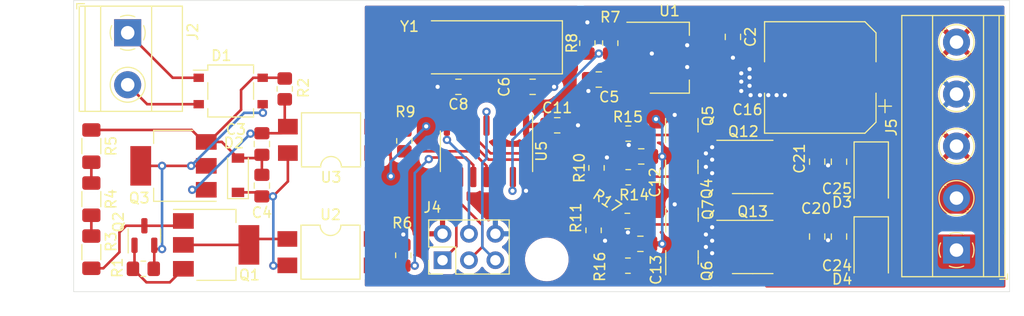
<source format=kicad_pcb>
(kicad_pcb (version 20211014) (generator pcbnew)

  (general
    (thickness 1.6)
  )

  (paper "A4")
  (layers
    (0 "F.Cu" signal)
    (31 "B.Cu" signal)
    (32 "B.Adhes" user "B.Adhesive")
    (33 "F.Adhes" user "F.Adhesive")
    (34 "B.Paste" user)
    (35 "F.Paste" user)
    (36 "B.SilkS" user "B.Silkscreen")
    (37 "F.SilkS" user "F.Silkscreen")
    (38 "B.Mask" user)
    (39 "F.Mask" user)
    (40 "Dwgs.User" user "User.Drawings")
    (41 "Cmts.User" user "User.Comments")
    (42 "Eco1.User" user "User.Eco1")
    (43 "Eco2.User" user "User.Eco2")
    (44 "Edge.Cuts" user)
    (45 "Margin" user)
    (46 "B.CrtYd" user "B.Courtyard")
    (47 "F.CrtYd" user "F.Courtyard")
    (48 "B.Fab" user)
    (49 "F.Fab" user)
  )

  (setup
    (stackup
      (layer "F.SilkS" (type "Top Silk Screen"))
      (layer "F.Paste" (type "Top Solder Paste"))
      (layer "F.Mask" (type "Top Solder Mask") (thickness 0.01))
      (layer "F.Cu" (type "copper") (thickness 0.035))
      (layer "dielectric 1" (type "core") (thickness 1.51) (material "FR4") (epsilon_r 4.5) (loss_tangent 0.02))
      (layer "B.Cu" (type "copper") (thickness 0.035))
      (layer "B.Mask" (type "Bottom Solder Mask") (thickness 0.01))
      (layer "B.Paste" (type "Bottom Solder Paste"))
      (layer "B.SilkS" (type "Bottom Silk Screen"))
      (copper_finish "None")
      (dielectric_constraints no)
    )
    (pad_to_mask_clearance 0)
    (pcbplotparams
      (layerselection 0x00010fc_ffffffff)
      (disableapertmacros false)
      (usegerberextensions false)
      (usegerberattributes true)
      (usegerberadvancedattributes true)
      (creategerberjobfile true)
      (svguseinch false)
      (svgprecision 6)
      (excludeedgelayer true)
      (plotframeref false)
      (viasonmask false)
      (mode 1)
      (useauxorigin false)
      (hpglpennumber 1)
      (hpglpenspeed 20)
      (hpglpendiameter 15.000000)
      (dxfpolygonmode true)
      (dxfimperialunits true)
      (dxfusepcbnewfont true)
      (psnegative false)
      (psa4output false)
      (plotreference true)
      (plotvalue true)
      (plotinvisibletext false)
      (sketchpadsonfab false)
      (subtractmaskfromsilk false)
      (outputformat 1)
      (mirror false)
      (drillshape 1)
      (scaleselection 1)
      (outputdirectory "")
    )
  )

  (net 0 "")
  (net 1 "GND")
  (net 2 "+24V")
  (net 3 "+5V")
  (net 4 "/~{RESET}")
  (net 5 "Net-(Q2-Pad3)")
  (net 6 "Net-(D1-Pad1)")
  (net 7 "Net-(Q2-Pad1)")
  (net 8 "Net-(Q12-Pad4)")
  (net 9 "Net-(Q13-Pad4)")
  (net 10 "Net-(C4-Pad1)")
  (net 11 "/RXD")
  (net 12 "Net-(R9-Pad2)")
  (net 13 "Net-(C3-Pad1)")
  (net 14 "/LED_A")
  (net 15 "/LED_B")
  (net 16 "/VIN_SENSE")
  (net 17 "/TXD")
  (net 18 "Net-(D1-Pad2)")
  (net 19 "-VSW")
  (net 20 "+VSW")
  (net 21 "Net-(Q4-Pad1)")
  (net 22 "Net-(Q5-Pad1)")
  (net 23 "Net-(Q6-Pad1)")
  (net 24 "Net-(Q7-Pad1)")
  (net 25 "Net-(R3-Pad2)")
  (net 26 "Net-(R4-Pad2)")
  (net 27 "Net-(Q3-Pad2)")
  (net 28 "/RAIL_B")
  (net 29 "/RAIL_A")
  (net 30 "Net-(C8-Pad1)")
  (net 31 "Net-(C6-Pad1)")
  (net 32 "/SCK")
  (net 33 "/DALI_SENSE")
  (net 34 "/IOUT_B_SENSE_MISO")
  (net 35 "/IOUT_A_SENSE_MOSI")

  (footprint "Capacitor_SMD:C_0805_2012Metric_Pad1.18x1.45mm_HandSolder" (layer "F.Cu") (at 178.4 77 -90))

  (footprint "Capacitor_SMD:C_0805_2012Metric_Pad1.18x1.45mm_HandSolder" (layer "F.Cu") (at 165.5 81.1 180))

  (footprint "Package_SO:SOIC-8_3.9x4.9mm_P1.27mm" (layer "F.Cu") (at 180.3 89.505))

  (footprint "Package_SO:SOIC-8_3.9x4.9mm_P1.27mm" (layer "F.Cu") (at 180.3 97.2))

  (footprint "Package_TO_SOT_SMD:SOT-223-3_TabPin2" (layer "F.Cu") (at 172.3 79))

  (footprint "Capacitor_SMD:C_0805_2012Metric_Pad1.18x1.45mm_HandSolder" (layer "F.Cu") (at 133.1 87.3 -90))

  (footprint "Capacitor_SMD:C_0805_2012Metric_Pad1.18x1.45mm_HandSolder" (layer "F.Cu") (at 133.1 91.3 90))

  (footprint "Capacitor_SMD:C_0805_2012Metric_Pad1.18x1.45mm_HandSolder" (layer "F.Cu") (at 169.58125 88.495))

  (footprint "Package_TO_SOT_SMD:SOT-23" (layer "F.Cu") (at 173.48125 89.495 90))

  (footprint "Package_TO_SOT_SMD:SOT-23" (layer "F.Cu") (at 173.48125 85.495 90))

  (footprint "Package_TO_SOT_SMD:SOT-23" (layer "F.Cu") (at 173.5 94.1 90))

  (footprint "Resistor_SMD:R_0805_2012Metric_Pad1.20x1.40mm_HandSolder" (layer "F.Cu") (at 121.7 99.3))

  (footprint "Resistor_SMD:R_0805_2012Metric_Pad1.20x1.40mm_HandSolder" (layer "F.Cu") (at 135.3 82 90))

  (footprint "Resistor_SMD:R_1206_3216Metric_Pad1.30x1.75mm_HandSolder" (layer "F.Cu") (at 116.7 97.7 90))

  (footprint "Resistor_SMD:R_1206_3216Metric_Pad1.30x1.75mm_HandSolder" (layer "F.Cu") (at 116.7 92.6 90))

  (footprint "Resistor_SMD:R_1206_3216Metric_Pad1.30x1.75mm_HandSolder" (layer "F.Cu") (at 116.7 87.5 90))

  (footprint "Resistor_SMD:R_0805_2012Metric_Pad1.20x1.40mm_HandSolder" (layer "F.Cu") (at 146.7 98 90))

  (footprint "Resistor_SMD:R_0805_2012Metric_Pad1.20x1.40mm_HandSolder" (layer "F.Cu") (at 146.8 87 90))

  (footprint "Resistor_SMD:R_0805_2012Metric_Pad1.20x1.40mm_HandSolder" (layer "F.Cu") (at 165.28125 89.595 90))

  (footprint "Resistor_SMD:R_0805_2012Metric_Pad1.20x1.40mm_HandSolder" (layer "F.Cu") (at 165 95.6 -90))

  (footprint "Resistor_SMD:R_0805_2012Metric_Pad1.20x1.40mm_HandSolder" (layer "F.Cu") (at 168.33125 90.495 180))

  (footprint "Resistor_SMD:R_0805_2012Metric_Pad1.20x1.40mm_HandSolder" (layer "F.Cu") (at 168.33125 86.295 180))

  (footprint "Resistor_SMD:R_0805_2012Metric_Pad1.20x1.40mm_HandSolder" (layer "F.Cu") (at 168.3 99 180))

  (footprint "Resistor_SMD:R_0805_2012Metric_Pad1.20x1.40mm_HandSolder" (layer "F.Cu") (at 168.25 94.7 180))

  (footprint "Capacitor_SMD:CP_Elec_10x10.5" (layer "F.Cu") (at 186.8 80.9 180))

  (footprint "Diode_SMD:D_SOD-123" (layer "F.Cu") (at 130.8 90.3 90))

  (footprint "Package_TO_SOT_SMD:SOT-223-3_TabPin2" (layer "F.Cu") (at 124.6 89.4 180))

  (footprint "Package_TO_SOT_SMD:SOT-223-3_TabPin2" (layer "F.Cu") (at 128.7 97))

  (footprint "TerminalBlock_Phoenix:TerminalBlock_Phoenix_MKDS-1,5-2_1x02_P5.00mm_Horizontal" (layer "F.Cu") (at 120.195 76.6 -90))

  (footprint "Package_TO_SOT_SMD:TO-269AA" (layer "F.Cu") (at 130.1 82.2))

  (footprint "Package_TO_SOT_SMD:SOT-23" (layer "F.Cu") (at 121.8 96.1 90))

  (footprint "onitake:SMDIP-4_W8.3mm_Clearance6.4mm" (layer "F.Cu") (at 139.7 97.7))

  (footprint "onitake:SMDIP-4_W8.3mm_Clearance6.4mm" (layer "F.Cu") (at 139.75 86.9 180))

  (footprint "MountingHole:MountingHole_3.2mm_M3_ISO14580" (layer "F.Cu") (at 133.4 76.5))

  (footprint "MountingHole:MountingHole_3.2mm_M3_ISO14580" (layer "F.Cu") (at 160.5 98.4))

  (footprint "TerminalBlock_Phoenix:TerminalBlock_Phoenix_MKDS-1,5-5_1x05_P5.00mm_Horizontal" (layer "F.Cu") (at 199.9 97.5 90))

  (footprint "Connector_PinHeader_2.54mm:PinHeader_2x03_P2.54mm_Vertical" (layer "F.Cu") (at 150.475 98.475 90))

  (footprint "Package_SO:SOIC-14_3.9x8.7mm_P1.27mm" (layer "F.Cu") (at 154.7 88 -90))

  (footprint "Capacitor_SMD:C_0805_2012Metric_Pad1.18x1.45mm_HandSolder" (layer "F.Cu") (at 159.1375 81.8))

  (footprint "Capacitor_SMD:C_0805_2012Metric_Pad1.18x1.45mm_HandSolder" (layer "F.Cu") (at 152 81.8 180))

  (footprint "Capacitor_SMD:C_0805_2012Metric_Pad1.18x1.45mm_HandSolder" (layer "F.Cu") (at 161.5 85.5))

  (footprint "Crystal:Crystal_SMD_HC49-SD" (layer "F.Cu") (at 155.3 78 180))

  (footprint "Resistor_SMD:R_0805_2012Metric_Pad1.20x1.40mm_HandSolder" (layer "F.Cu") (at 166.6 77.6 -90))

  (footprint "Resistor_SMD:R_0805_2012Metric_Pad1.20x1.40mm_HandSolder" (layer "F.Cu") (at 164.4 77.6 90))

  (footprint "Package_TO_SOT_SMD:SOT-23" (layer "F.Cu") (at 173.5 98.2 90))

  (footprint "Capacitor_SMD:C_0805_2012Metric_Pad1.18x1.45mm_HandSolder" (layer "F.Cu") (at 169.5 96.9))

  (footprint "Capacitor_SMD:C_0805_2012Metric_Pad1.18x1.45mm_HandSolder" (layer "F.Cu") (at 186.5 96.2 -90))

  (footprint "Capacitor_SMD:C_0805_2012Metric_Pad1.18x1.45mm_HandSolder" (layer "F.Cu") (at 186.5 89 -90))

  (footprint "Capacitor_SMD:C_0805_2012Metric_Pad1.18x1.45mm_HandSolder" (layer "F.Cu") (at 188.6 96.2 -90))

  (footprint "Capacitor_SMD:C_0805_2012Metric_Pad1.18x1.45mm_HandSolder" (layer "F.Cu") (at 188.6 89 -90))

  (footprint "Diode_SMD:D_SMA" (layer "F.Cu") (at 191.7 90.5 -90))

  (footprint "Diode_SMD:D_SMA" (layer "F.Cu") (at 191.7 97.7 -90))

  (gr_line (start 115 101.5) (end 115 73.5) (layer "Edge.Cuts") (width 0.05) (tstamp 00000000-0000-0000-0000-000061e82a06))
  (gr_line (start 115 73.5) (end 205 73.5) (layer "Edge.Cuts") (width 0.05) (tstamp 4e7a230a-c1a4-4455-81ee-277835acf4a2))
  (gr_line (start 205 101.5) (end 115 101.5) (layer "Edge.Cuts") (width 0.05) (tstamp 5cc7655c-62f2-43d2-a7a5-eaa4635dada8))
  (gr_line (start 205 73.5) (end 205 101.5) (layer "Edge.Cuts") (width 0.05) (tstamp 8efe6411-1919-4082-b5b8-393585e068c8))
  (dimension (type aligned) (layer "Dwgs.User") (tstamp 8e247c2e-b63e-4a70-8c32-64933e91ced0)
    (pts (xy 115 73.5) (xy 115 101.5))
    (height 1)
    (gr_text "28.0000 mm" (at 112.85 87.5 90) (layer "Dwgs.User") (tstamp 8e247c2e-b63e-4a70-8c32-64933e91ced0)
      (effects (font (size 1 1) (thickness 0.15)))
    )
    (format (units 3) (units_format 1) (precision 4))
    (style (thickness 0.1) (arrow_length 1.27) (text_position_mode 0) (extension_height 0.58642) (extension_offset 0.5) keep_text_aligned)
  )
  (dimension (type aligned) (layer "Dwgs.User") (tstamp 920101e0-4dde-4453-ba02-4211cb357ea2)
    (pts (xy 115 101.5) (xy 205 101.5))
    (height 1)
    (gr_text "90.0000 mm" (at 160 101.35) (layer "Dwgs.User") (tstamp 920101e0-4dde-4453-ba02-4211cb357ea2)
      (effects (font (size 1 1) (thickness 0.15)))
    )
    (format (units 3) (units_format 1) (precision 4))
    (style (thickness 0.1) (arrow_length 1.27) (text_position_mode 0) (extension_height 0.58642) (extension_offset 0.5) keep_text_aligned)
  )

  (segment (start 174.25 77.8) (end 174 77.8) (width 0.25) (layer "F.Cu") (net 1) (tstamp 030d8ffa-a5e4-4d23-afde-deac1af15f51))
  (segment (start 182.6 82.6) (end 183.4 82.6) (width 0.25) (layer "F.Cu") (net 1) (tstamp 040d831f-1c86-4ce9-8bdf-bbf55f83e8d3))
  (segment (start 182.6 82.6) (end 181.8 82.6) (width 0.25) (layer "F.Cu") (net 1) (tstamp 080b01f6-7df0-4bba-83e5-e66c2c424201))
  (segment (start 177.825 90.14) (end 176.435 90.14) (width 0.25) (layer "F.Cu") (net 1) (tstamp 11545b54-5a12-4392-bcb0-86ec47fbd106))
  (segment (start 175.45 79) (end 174.25 77.8) (width 0.25) (layer "F.Cu") (net 1) (tstamp 151e3191-aa45-49d1-957e-5e7e2d4e6199))
  (segment (start 177.825 97.835) (end 176.435 97.835) (width 0.25) (layer "F.Cu") (net 1) (tstamp 1916a1e3-b413-4657-ae92-e4caf1d88b76))
  (segment (start 177.825 87.6) (end 176.405 87.6) (width 0.25) (layer "F.Cu") (net 1) (tstamp 1aa8de15-c8d5-4ed5-a38b-d2950b1891ea))
  (segment (start 180 80.1) (end 179.6 80.5) (width 0.25) (layer "F.Cu") (net 1) (tstamp 1fe16229-c621-4586-942a-1a5e24bf02e3))
  (segment (start 176.435 97.835) (end 176.4 97.8) (width 0.25) (layer "F.Cu") (net 1) (tstamp 239d19fe-f05f-49c3-8ad9-381947f40a05))
  (segment (start 173.5 93.1625) (end 172.8625 93.1625) (width 0.25) (layer "F.Cu") (net 1) (tstamp 2e99c5f0-c1fe-4a31-a124-47c3ab6ba73a))
  (segment (start 164.4625 82.1625) (end 164.5 82.2) (width 0.25) (layer "F.Cu") (net 1) (tstamp 398f5f0b-633f-4d36-9ae4-364f56f3091e))
  (segment (start 176.4 88.805) (end 176.4 88.8) (width 0.25) (layer "F.Cu") (net 1) (tstamp 3a7c084c-63f5-46ef-875e-9bef7b535296))
  (segment (start 160.175 81.8) (end 161.2 81.8) (width 0.25) (layer "F.Cu") (net 1) (tstamp 3c6a627c-894f-41c1-8697-2dc7dcc51d8b))
  (segment (start 158.51 90.475) (end 158.51 91.79) (width 0.25) (layer "F.Cu") (net 1) (tstamp 5124b790-5cb0-4885-a51d-cbceed078bc9))
  (segment (start 169.15 79) (end 170.2 79) (width 0.25) (layer "F.Cu") (net 1) (tstamp 5ed803be-5c06-41ff-b7a1-f96acd19d7e9))
  (segment (start 177.825 95.295) (end 176.405 95.295) (width 0.25) (layer "F.Cu") (net 1) (tstamp 61033ea2-a6f3-4d08-b0b5-a0380fc61dd3))
  (segment (start 179.6 80.5) (end 179.2 80.5) (width 0.25) (layer "F.Cu") (net 1) (tstamp 628f554f-07cd-47c0-8480-60fd51fbb7a8))
  (segment (start 176.435 90.14) (end 176.4 90.105) (width 0.25) (layer "F.Cu") (net 1) (tstamp 6bcfd7e7-d434-4568-8f07-61e27ffd4d8f))
  (segment (start 181 82.6) (end 180.1 82.6) (width 0.25) (layer "F.Cu") (net 1) (tstamp 6cf4673c-b2c0-4852-9803-d8427ba17020))
  (segment (start 179.2 80.5) (end 179.2 81.3) (width 0.25) (layer "F.Cu") (net 1) (tstamp 6f00ecce-db4c-4b2f-96b0-7a87739fae8c))
  (segment (start 176.405 95.295) (end 176.4 95.3) (width 0.25) (layer "F.Cu") (net 1) (tstamp 7122b20a-092d-4791-b055-a18e70f16a8e))
  (segment (start 170.2 79) (end 170.6 78.6) (width 0.25) (layer "F.Cu") (net 1) (tstamp 7619cc1b-6f01-45c8-bcaf-60a7a0a06b75))
  (segment (start 186.5 90.0375) (end 186.8625 90.0375) (width 0.25) (layer "F.Cu") (net 1) (tstamp 77ab2aee-d9a1-45d8-948f-20a27a67e228))
  (segment (start 188.6 90.0375) (end 188.2375 90.0375) (width 0.25) (layer "F.Cu") (net 1) (tstamp 813149ca-bf30-400f-a8d2-f23b79a2150b))
  (segment (start 188.2375 90.0375) (end 187.55 89.35) (width 0.25) (layer "F.Cu") (net 1) (tstamp 82d764ad-cd5d-4959-87f6-9a5cb3ad13a1))
  (segment (start 174.9 79) (end 174 79.9) (width 0.25) (layer "F.Cu") (net 1) (tstamp 87d1ecd2-24d5-4a12-8029-610184494f20))
  (segment (start 188.6 97.2375) (end 188.2375 97.2375) (width 0.25) (layer "F.Cu") (net 1) (tstamp 928a71de-b1bf-4622-8b1d-d99c052976a5))
  (segment (start 181.8 82.6) (end 181 82.6) (width 0.25) (layer "F.Cu") (net 1) (tstamp 94b5a0c4-b116-4182-864e-44f61caa1cba))
  (segment (start 178.4 78.0375) (end 178.4 79) (width 0.25) (layer "F.Cu") (net 1) (tstamp 9ad67041-76dd-4312-9e4c-336897f1480a))
  (segment (start 146.7 97) (end 146.7 96) (width 0.25) (layer "F.Cu") (net 1) (tstamp 9d6e1dd0-b3c0-4050-8bfb-3953bf9bc988))
  (segment (start 186.8625 97.2375) (end 187.55 96.55) (width 0.25) (layer "F.Cu") (net 1) (tstamp 9e3aa932-ce8a-4c2a-9eb6-4bf5da2a4a6e))
  (segment (start 182.6 80.9) (end 180 80.9) (width 0.25) (layer "F.Cu") (net 1) (tstamp 9f32e7e1-51fa-43cf-bcf6-d745ef4c26b0))
  (segment (start 176.4 96.6) (end 175.8 96) (width 0.25) (layer "F.Cu") (net 1) (tstamp a2a39225-8968-4f0e-a32f-1067ad7d1002))
  (segment (start 175.45 79) (end 174.9 79) (width 0.25) (layer "F.Cu") (net 1) (tstamp a7db412a-bd35-48c2-96f7-87bdabc19995))
  (segment (start 164.4 76.6) (end 164.4 75.6) (width 0.25) (layer "F.Cu") (net 1) (tstamp a92a3726-6c49-45af-929f-3a353c750a08))
  (segment (start 179.2 81.3) (end 179.2 82.2) (width 0.25) (layer "F.Cu") (net 1) (tstamp abbb606d-f760-4bf8-bfbc-1f1bc1e2eee5))
  (segment (start 176.435 96.565) (end 176.4 96.6) (width 0.25) (layer "F.Cu") (net 1) (tstamp ac254841-6470-4a5c-8c6a-a6683438ffd4))
  (segment (start 168.4625 96.9) (end 168.3 96.7375) (width 0.25) (layer "F.Cu") (net 1) (tstamp b2a5a50e-22db-404b-a20e-004d6d5dac6e))
  (segment (start 172.8625 93.1625) (end 172.8 93.1) (width 0.25) (layer "F.Cu") (net 1) (tstamp b3965178-8505-4c5d-b682-e7f7c62f217c))
  (segment (start 186.5 97.2375) (end 186.8625 97.2375) (width 0.25) (layer "F.Cu") (net 1) (tstamp c043c4d7-7920-444d-8736-0ae487300efc))
  (segment (start 176.465 88.87) (end 176.4 88.805) (width 0.25) (layer "F.Cu") (net 1) (tstamp c0ebf7a0-8e33-46df-ac85-3b1029143cbb))
  (segment (start 177.825 88.87) (end 176.465 88.87) (width 0.25) (layer "F.Cu") (net 1) (tstamp c49e2c2f-22ff-4f17-a626-cf91b801e0f8))
  (segment (start 188.2375 97.2375) (end 187.55 96.55) (width 0.25) (layer "F.Cu") (net 1) (tstamp c5f1a79d-b6f5-448d-b691-387ca5c562bd))
  (segment (start 150.9625 81.8) (end 150 81.8) (width 0.25) (layer "F.Cu") (net 1) (tstamp c6446c95-660c-4344-a43f-3a63686a46c3))
  (segment (start 176.4 97.8) (end 175.8 97.2) (width 0.25) (layer "F.Cu") (net 1) (tstamp c68b0b73-735a-4a1a-b29d-f8ca5b88e7f0))
  (segment (start 176.405 87.6) (end 176.4 87.605) (width 0.25) (layer "F.Cu") (net 1) (tstamp c84564fc-7c4d-4aa8-bf5c-2132088b3711))
  (segment (start 164.4625 81.1) (end 164.4625 82.1625) (width 0.25) (layer "F.Cu") (net 1) (tstamp ca52e89f-769d-4c29-ae2c-b050de0bdd45))
  (segment (start 176.4 90.105) (end 176.4 90.1) (width 0.25) (layer "F.Cu") (net 1) (tstamp cd065658-c147-4bce-a43e-fb93492a4e18))
  (segment (start 177.825 96.565) (end 176.435 96.565) (width 0.25) (layer "F.Cu") (net 1) (tstamp ce3c125c-5bd0-4b08-b2b1-36cfded5e7d9))
  (segment (start 180 80.9) (end 180 81.7) (width 0.25) (layer "F.Cu") (net 1) (tstamp cea6bd12-cb87-4ee8-b38c-45cc32a5818a))
  (segment (start 176.4 90.1) (end 175.8 89.5) (width 0.25) (layer "F.Cu") (net 1) (tstamp dadde757-61b8-4fa0-9cab-09886b110373))
  (segment (start 172.8575 84.5575) (end 172.8 84.5) (width 0.25) (layer "F.Cu") (net 1) (tstamp dca7183c-b32d-409d-ac6a-535efeb3957c))
  (segment (start 182.6 80.9) (end 182.6 82.6) (width 0.25) (layer "F.Cu") (net 1) (tstamp de09b333-3da2-4efe-aa34-d1d134ca22f6))
  (segment (start 173.48125 84.5575) (end 172.8575 84.5575) (width 0.25) (layer "F.Cu") (net 1) (tstamp dfcf98b1-c2f7-433f-907d-ceffc4b983f5))
  (segment (start 165.28125 88.595) (end 166.28125 88.595) (width 0.25) (layer "F.Cu") (net 1) (tstamp e2bbfc45-5c95-48a9-856a-664ba045a2ea))
  (segment (start 168.38125 88.3325) (end 168.38125 87.395) (width 0.25) (layer "F.Cu") (net 1) (tstamp ebea734e-03c4-410a-a438-269599c5f35f))
  (segment (start 186.8625 90.0375) (end 187.55 89.35) (width 0.25) (layer "F.Cu") (net 1) (tstamp ec038a8f-73b1-4856-89a3-c72a7b49176a))
  (segment (start 162.5375 85.5) (end 163.5 85.5) (width 0.25) (layer "F.Cu") (net 1) (tstamp eed943b2-307a-4560-83b6-2bd28a01b756))
  (segment (start 168.3 96.7375) (end 168.3 95.8) (width 0.25) (layer "F.Cu") (net 1) (tstamp f1b482a1-7f6c-429c-9213-a9fb4f9f0877))
  (segment (start 165 96.6) (end 166.1 96.6) (width 0.25) (layer "F.Cu") (net 1) (tstamp f8d835c9-6f94-429a-89cf-8b44272ed259))
  (segment (start 168.54375 88.495) (end 168.38125 88.3325) (width 0.25) (layer "F.Cu") (net 1) (tstamp fb5ae220-13a7-4eb6-923d-1efa78ae024b))
  (segment (start 176.4 88.8) (end 175.8 88.2) (width 0.25) (layer "F.Cu") (net 1) (tstamp fd7a979f-9d59-4a7a-8ba0-54ea93de8ad4))
  (segment (start 158.51 91.79) (end 158.5 91.8) (width 0.25) (layer "F.Cu") (net 1) (tstamp fdc6d44f-3de5-4b6c-9af1-05f8fbdbecfc))
  (via (at 161.2 81.8) (size 0.8) (drill 0.4) (layers "F.Cu" "B.Cu") (net 1) (tstamp 04c19477-9cbd-4422-8360-fa653a91da80))
  (via (at 176.4 88.805) (size 0.8) (drill 0.4) (layers "F.Cu" "B.Cu") (net 1) (tstamp 0707f9e4-2b41-4387-9fe5-dc7d7424d5c5))
  (via (at 178.4 79) (size 0.8) (drill 0.4) (layers "F.Cu" "B.Cu") (net 1) (tstamp 0bd23f7d-3ca1-42f0-9a3d-95ab3fd6f1e6))
  (via (at 181 82.6) (size 0.8) (drill 0.4) (layers "F.Cu" "B.Cu") (net 1) (tstamp 0d045cc7-9794-4723-80f0-fac3a9f54cf0))
  (via (at 179.2 80.5) (size 0.8) (drill 0.4) (layers "F.Cu" "B.Cu") (net 1) (tstamp 1947b911-fa73-4824-8cdc-d333a725a9db))
  (via (at 183.4 82.6) (size 0.8) (drill 0.4) (layers "F.Cu" "B.Cu") (net 1) (tstamp 20e3c8eb-8f33-49e2-b96a-d381a58ac4ab))
  (via (at 180.1 82.6) (size 0.8) (drill 0.4) (layers "F.Cu" "B.Cu") (net 1) (tstamp 2dbd5be6-53d6-4448-9f68-3af36caa555d))
  (via (at 170.6 78.6) (size 0.8) (drill 0.4) (layers "F.Cu" "B.Cu") (net 1) (tstamp 31151ab3-34a3-4d5c-8a7f-9ae841b9a4dc))
  (via (at 187.55 89.35) (size 0.8) (drill 0.4) (layers "F.Cu" "B.Cu") (net 1) (tstamp 461faf93-190f-42d1-83f4-2e15005910a7))
  (via (at 176.4 96.6) (size 0.8) (drill 0.4) (layers "F.Cu" "B.Cu") (net 1) (tstamp 4b6a1832-c055-4161-9058-4bb2855dbee9))
  (via (at 179.2 82.2) (size 0.8) (drill 0.4) (layers "F.Cu" "B.Cu") (net 1) (tstamp 4dc9ec45-8b5e-4d99-88c3-3fa83aa9d344))
  (via (at 180 81.7) (size 0.8) (drill 0.4) (layers "F.Cu" "B.Cu") (net 1) (tstamp 56e25cd2-0f09-475b-909f-c36bdb25e3d2))
  (via (at 176.4 95.3) (size 0.8) (drill 0.4) (layers "F.Cu" "B.Cu") (net 1) (tstamp 58ab5fa4-31ca-
... [248057 chars truncated]
</source>
